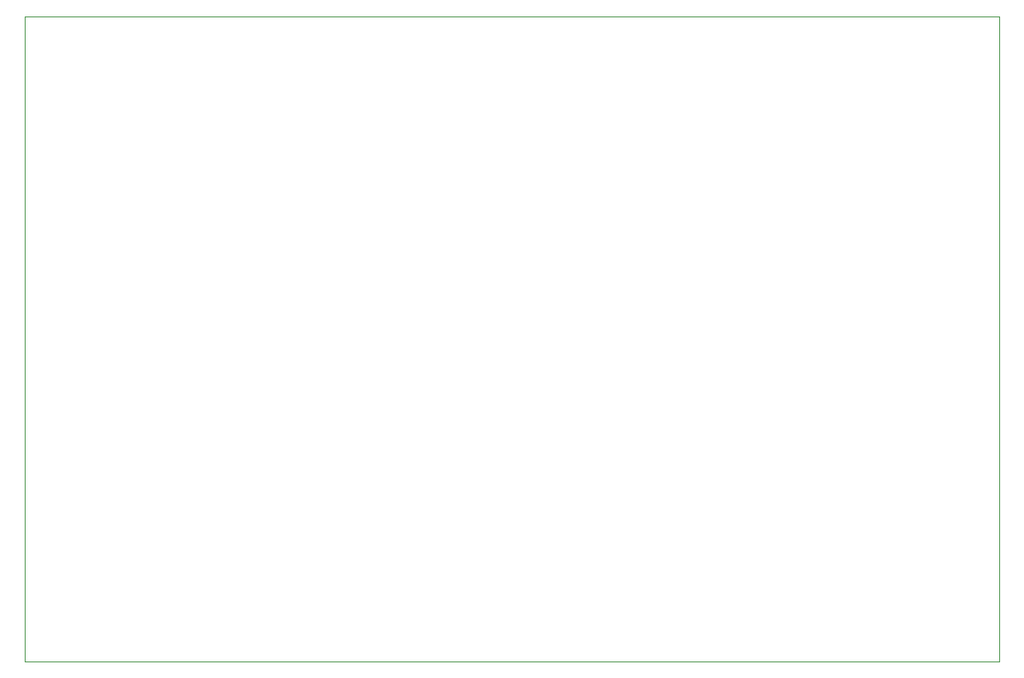
<source format=gbr>
%TF.GenerationSoftware,KiCad,Pcbnew,7.0.9*%
%TF.CreationDate,2024-03-19T15:39:07-05:00*%
%TF.ProjectId,Humidifier Subsystem,48756d69-6469-4666-9965-722053756273,rev?*%
%TF.SameCoordinates,Original*%
%TF.FileFunction,Profile,NP*%
%FSLAX46Y46*%
G04 Gerber Fmt 4.6, Leading zero omitted, Abs format (unit mm)*
G04 Created by KiCad (PCBNEW 7.0.9) date 2024-03-19 15:39:07*
%MOMM*%
%LPD*%
G01*
G04 APERTURE LIST*
%TA.AperFunction,Profile*%
%ADD10C,0.100000*%
%TD*%
G04 APERTURE END LIST*
D10*
X43600000Y-59800000D02*
X143600000Y-59800000D01*
X143600000Y-126000000D01*
X43600000Y-126000000D01*
X43600000Y-59800000D01*
M02*

</source>
